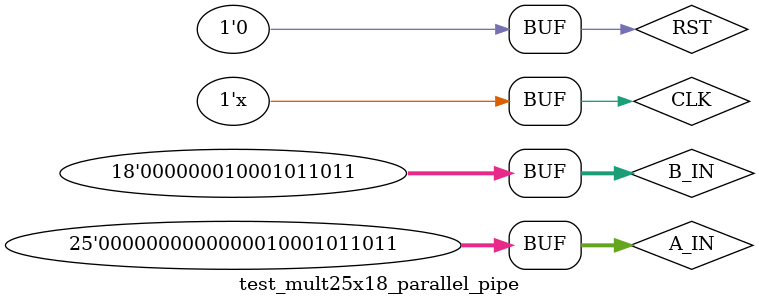
<source format=v>
`timescale 1ns/1ps

module test_mult25x18_parallel_pipe;

parameter CLK_PERIOD = 10;

	
reg           CLK, RST;
reg   [24:0]  A_IN;
reg   [17:0]  B_IN;
wire  [42:0]  PROD_OUT;



mult25x18_parallel_pipe test(.CLK(CLK), .RST(RST), .A_IN(A_IN), .B_IN(B_IN), .PROD_OUT(PROD_OUT));



initial 
begin
CLK <= 1'b0;
RST <= 1'b1;
#20 RST <= 1'b0;
end

initial 
begin


end


always
#(CLK_PERIOD/2) CLK = ~CLK;

initial
begin

#15 A_IN <= 25'd512; 
#65 A_IN <= 25'd2020;
#65 A_IN <= 25'd16777215;//10;
#65 A_IN <= 25'd1115;
end

initial
begin

#15 B_IN <= 18'd512; 
#65 B_IN <= 18'd2020;
#65 B_IN <= 18'd100000;
#65 B_IN <= 18'd1115;
end




initial 

$monitor ($time, "clk=%b", CLK, " PROD_OUT = %h", PROD_OUT);
endmodule



</source>
